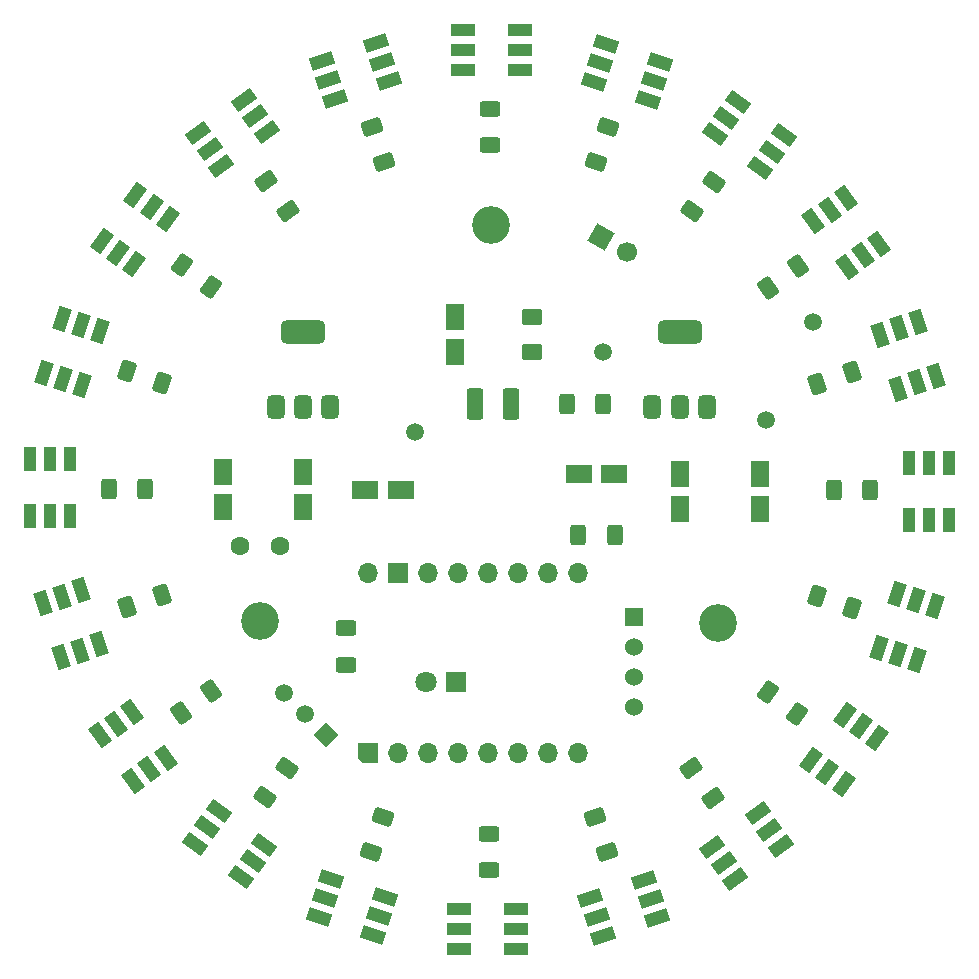
<source format=gbr>
%TF.GenerationSoftware,KiCad,Pcbnew,8.0.4*%
%TF.CreationDate,2024-07-24T16:54:55-04:00*%
%TF.ProjectId,esp32-wroom-table-lights,65737033-322d-4777-926f-6f6d2d746162,rev?*%
%TF.SameCoordinates,Original*%
%TF.FileFunction,Soldermask,Top*%
%TF.FilePolarity,Negative*%
%FSLAX46Y46*%
G04 Gerber Fmt 4.6, Leading zero omitted, Abs format (unit mm)*
G04 Created by KiCad (PCBNEW 8.0.4) date 2024-07-24 16:54:55*
%MOMM*%
%LPD*%
G01*
G04 APERTURE LIST*
G04 Aperture macros list*
%AMRoundRect*
0 Rectangle with rounded corners*
0 $1 Rounding radius*
0 $2 $3 $4 $5 $6 $7 $8 $9 X,Y pos of 4 corners*
0 Add a 4 corners polygon primitive as box body*
4,1,4,$2,$3,$4,$5,$6,$7,$8,$9,$2,$3,0*
0 Add four circle primitives for the rounded corners*
1,1,$1+$1,$2,$3*
1,1,$1+$1,$4,$5*
1,1,$1+$1,$6,$7*
1,1,$1+$1,$8,$9*
0 Add four rect primitives between the rounded corners*
20,1,$1+$1,$2,$3,$4,$5,0*
20,1,$1+$1,$4,$5,$6,$7,0*
20,1,$1+$1,$6,$7,$8,$9,0*
20,1,$1+$1,$8,$9,$2,$3,0*%
%AMHorizOval*
0 Thick line with rounded ends*
0 $1 width*
0 $2 $3 position (X,Y) of the first rounded end (center of the circle)*
0 $4 $5 position (X,Y) of the second rounded end (center of the circle)*
0 Add line between two ends*
20,1,$1,$2,$3,$4,$5,0*
0 Add two circle primitives to create the rounded ends*
1,1,$1,$2,$3*
1,1,$1,$4,$5*%
%AMRotRect*
0 Rectangle, with rotation*
0 The origin of the aperture is its center*
0 $1 length*
0 $2 width*
0 $3 Rotation angle, in degrees counterclockwise*
0 Add horizontal line*
21,1,$1,$2,0,0,$3*%
%AMOutline5P*
0 Free polygon, 5 corners , with rotation*
0 The origin of the aperture is its center*
0 number of corners: always 5*
0 $1 to $10 corner X, Y*
0 $11 Rotation angle, in degrees counterclockwise*
0 create outline with 5 corners*
4,1,5,$1,$2,$3,$4,$5,$6,$7,$8,$9,$10,$1,$2,$11*%
%AMOutline6P*
0 Free polygon, 6 corners , with rotation*
0 The origin of the aperture is its center*
0 number of corners: always 6*
0 $1 to $12 corner X, Y*
0 $13 Rotation angle, in degrees counterclockwise*
0 create outline with 6 corners*
4,1,6,$1,$2,$3,$4,$5,$6,$7,$8,$9,$10,$11,$12,$1,$2,$13*%
%AMOutline7P*
0 Free polygon, 7 corners , with rotation*
0 The origin of the aperture is its center*
0 number of corners: always 7*
0 $1 to $14 corner X, Y*
0 $15 Rotation angle, in degrees counterclockwise*
0 create outline with 7 corners*
4,1,7,$1,$2,$3,$4,$5,$6,$7,$8,$9,$10,$11,$12,$13,$14,$1,$2,$15*%
%AMOutline8P*
0 Free polygon, 8 corners , with rotation*
0 The origin of the aperture is its center*
0 number of corners: always 8*
0 $1 to $16 corner X, Y*
0 $17 Rotation angle, in degrees counterclockwise*
0 create outline with 8 corners*
4,1,8,$1,$2,$3,$4,$5,$6,$7,$8,$9,$10,$11,$12,$13,$14,$15,$16,$1,$2,$17*%
G04 Aperture macros list end*
%ADD10C,1.524000*%
%ADD11R,1.524000X1.524000*%
%ADD12RoundRect,0.250000X0.400000X0.625000X-0.400000X0.625000X-0.400000X-0.625000X0.400000X-0.625000X0*%
%ADD13RoundRect,0.250000X-0.400000X-0.625000X0.400000X-0.625000X0.400000X0.625000X-0.400000X0.625000X0*%
%ADD14RotRect,1.100000X2.000000X72.000000*%
%ADD15RotRect,1.100000X2.000000X288.000000*%
%ADD16RoundRect,0.250000X0.270522X-0.690973X0.740750X-0.043759X-0.270522X0.690973X-0.740750X0.043759X0*%
%ADD17RoundRect,0.250000X-0.573558X-0.470804X0.187287X-0.718017X0.573558X0.470804X-0.187287X0.718017X0*%
%ADD18RoundRect,0.250000X0.740750X0.043759X0.270522X0.690973X-0.740750X-0.043759X-0.270522X-0.690973X0*%
%ADD19RotRect,1.100000X2.000000X324.000000*%
%ADD20RotRect,1.100000X2.000000X234.000000*%
%ADD21RoundRect,0.250000X-0.470804X0.573558X-0.718017X-0.187287X0.470804X-0.573558X0.718017X0.187287X0*%
%ADD22R,1.600000X2.200000*%
%ADD23R,2.200000X1.600000*%
%ADD24C,1.500000*%
%ADD25RoundRect,0.250000X-0.718017X0.187287X-0.470804X-0.573558X0.718017X-0.187287X0.470804X0.573558X0*%
%ADD26RotRect,1.100000X2.000000X54.000000*%
%ADD27RoundRect,0.250000X0.573558X0.470804X-0.187287X0.718017X-0.573558X-0.470804X0.187287X-0.718017X0*%
%ADD28RoundRect,0.250000X0.625000X-0.400000X0.625000X0.400000X-0.625000X0.400000X-0.625000X-0.400000X0*%
%ADD29O,1.700000X1.700000*%
%ADD30R,1.700000X1.700000*%
%ADD31Outline5P,-0.850000X0.425000X-0.425000X0.850000X0.850000X0.850000X0.850000X-0.850000X-0.850000X-0.850000X90.000000*%
%ADD32RotRect,1.100000X2.000000X216.000000*%
%ADD33RotRect,1.100000X2.000000X36.000000*%
%ADD34RoundRect,0.250000X0.470804X-0.573558X0.718017X0.187287X-0.470804X0.573558X-0.718017X-0.187287X0*%
%ADD35RotRect,1.100000X2.000000X342.000000*%
%ADD36RoundRect,0.500000X1.400000X-0.500000X1.400000X0.500000X-1.400000X0.500000X-1.400000X-0.500000X0*%
%ADD37RoundRect,0.375000X0.375000X-0.625000X0.375000X0.625000X-0.375000X0.625000X-0.375000X-0.625000X0*%
%ADD38RoundRect,0.250000X0.187287X0.718017X-0.573558X0.470804X-0.187287X-0.718017X0.573558X-0.470804X0*%
%ADD39RoundRect,0.250000X0.690973X0.270522X0.043759X0.740750X-0.690973X-0.270522X-0.043759X-0.740750X0*%
%ADD40RoundRect,0.250000X-0.690973X-0.270522X-0.043759X-0.740750X0.690973X0.270522X0.043759X0.740750X0*%
%ADD41RotRect,1.100000X2.000000X252.000000*%
%ADD42RotRect,1.100000X2.000000X144.000000*%
%ADD43RotRect,1.100000X2.000000X162.000000*%
%ADD44C,3.200000*%
%ADD45RoundRect,0.250000X0.043759X-0.740750X0.690973X-0.270522X-0.043759X0.740750X-0.690973X0.270522X0*%
%ADD46RoundRect,0.250001X0.462499X1.074999X-0.462499X1.074999X-0.462499X-1.074999X0.462499X-1.074999X0*%
%ADD47RoundRect,0.250001X0.624999X-0.462499X0.624999X0.462499X-0.624999X0.462499X-0.624999X-0.462499X0*%
%ADD48R,1.100000X2.000000*%
%ADD49RoundRect,0.250000X-0.625000X0.400000X-0.625000X-0.400000X0.625000X-0.400000X0.625000X0.400000X0*%
%ADD50RotRect,1.100000X2.000000X108.000000*%
%ADD51HorizOval,1.700000X0.000000X0.000000X0.000000X0.000000X0*%
%ADD52RotRect,1.700000X1.700000X60.000000*%
%ADD53RoundRect,0.250000X-0.187287X-0.718017X0.573558X-0.470804X0.187287X0.718017X-0.573558X0.470804X0*%
%ADD54RotRect,1.100000X2.000000X18.000000*%
%ADD55R,2.000000X1.100000*%
%ADD56RotRect,1.100000X2.000000X198.000000*%
%ADD57RoundRect,0.250000X0.718017X-0.187287X0.470804X0.573558X-0.718017X0.187287X-0.470804X-0.573558X0*%
%ADD58RotRect,1.100000X2.000000X126.000000*%
%ADD59RoundRect,0.250000X-0.270522X0.690973X-0.740750X0.043759X0.270522X-0.690973X0.740750X-0.043759X0*%
%ADD60RoundRect,0.250000X-0.740750X-0.043759X-0.270522X-0.690973X0.740750X0.043759X0.270522X0.690973X0*%
%ADD61RotRect,1.100000X2.000000X306.000000*%
%ADD62RotRect,1.500000X1.500000X135.000000*%
%ADD63RoundRect,0.250000X-0.043759X0.740750X-0.690973X0.270522X0.043759X-0.740750X0.690973X-0.270522X0*%
%ADD64C,1.600000*%
%ADD65C,1.800000*%
%ADD66R,1.800000X1.800000*%
G04 APERTURE END LIST*
D10*
%TO.C,J1*%
X212225000Y-113020000D03*
X212225000Y-115560000D03*
X212225000Y-118100000D03*
D11*
X212225000Y-110480000D03*
%TD*%
D12*
%TO.C,R3*%
X229150000Y-99750000D03*
X232250000Y-99750000D03*
%TD*%
D13*
%TO.C,R3*%
X170850000Y-99650000D03*
X167750000Y-99650000D03*
%TD*%
D14*
%TO.C,D5*%
X214452136Y-63472874D03*
X213926807Y-65089670D03*
X213401478Y-66706466D03*
X208836406Y-65223184D03*
X209361735Y-63606388D03*
X209887064Y-61989592D03*
%TD*%
D15*
%TO.C,D5*%
X209601747Y-137503113D03*
X209076418Y-135886317D03*
X208551089Y-134269521D03*
X213116161Y-132786239D03*
X213641490Y-134403035D03*
X214166819Y-136019831D03*
%TD*%
D16*
%TO.C,R3*%
X182825609Y-123253456D03*
X181003475Y-125761408D03*
%TD*%
D17*
%TO.C,R3*%
X172292154Y-90644601D03*
X169343878Y-89686649D03*
%TD*%
D18*
%TO.C,R3*%
X217093489Y-123312235D03*
X218915623Y-125820187D03*
%TD*%
D19*
%TO.C,D5*%
X229988089Y-124639596D03*
X228612760Y-123640361D03*
X227237432Y-122641126D03*
X230058801Y-118757844D03*
X231434130Y-119757079D03*
X232809458Y-120756314D03*
%TD*%
D20*
%TO.C,D5*%
X175060404Y-129688089D03*
X176059639Y-128312760D03*
X177058874Y-126937432D03*
X180942156Y-129758801D03*
X179942921Y-131134130D03*
X178943686Y-132509458D03*
%TD*%
D21*
%TO.C,R3*%
X209055399Y-71992154D03*
X210013351Y-69043878D03*
%TD*%
D22*
%TO.C,C8*%
X197100000Y-85100000D03*
X197100000Y-88100000D03*
%TD*%
D23*
%TO.C,C10*%
X192500000Y-99700000D03*
X189500000Y-99700000D03*
%TD*%
D24*
%TO.C,TP8*%
X193700000Y-94800000D03*
%TD*%
%TO.C,TP7*%
X223400000Y-93800000D03*
%TD*%
D25*
%TO.C,R3*%
X191039707Y-71961252D03*
X190081755Y-69012976D03*
%TD*%
D26*
%TO.C,D5*%
X224939596Y-69711911D03*
X223940361Y-71087240D03*
X222941126Y-72462568D03*
X219057844Y-69641199D03*
X220057079Y-68265870D03*
X221056314Y-66890542D03*
%TD*%
D24*
%TO.C,TP5*%
X209600000Y-88050000D03*
%TD*%
%TO.C,TP6*%
X227400000Y-85500000D03*
%TD*%
D27*
%TO.C,R3*%
X227707846Y-108755399D03*
X230656122Y-109713351D03*
%TD*%
D22*
%TO.C,C11*%
X222900000Y-101350000D03*
X222900000Y-98350000D03*
%TD*%
D28*
%TO.C,R3*%
X199950000Y-128850000D03*
X199950000Y-131950000D03*
%TD*%
D29*
%TO.C,U4*%
X189700000Y-106800000D03*
D30*
X192240000Y-106800000D03*
D29*
X194780000Y-106800000D03*
X197320000Y-106800000D03*
X199860000Y-106800000D03*
X202400000Y-106800000D03*
X204940000Y-106800000D03*
X207480000Y-106800000D03*
X207480000Y-122040000D03*
X204940001Y-122040000D03*
X202400000Y-122040000D03*
X199860000Y-122040000D03*
X197320000Y-122040000D03*
X194780000Y-122040000D03*
X192239999Y-122040000D03*
D31*
X189700000Y-122040000D03*
%TD*%
D32*
%TO.C,D5*%
X167014207Y-120513609D03*
X168389535Y-119514374D03*
X169764864Y-118515139D03*
X172586233Y-122398421D03*
X171210905Y-123397656D03*
X169835576Y-124396891D03*
%TD*%
D33*
%TO.C,D5*%
X232985793Y-78886391D03*
X231610465Y-79885626D03*
X230235136Y-80884861D03*
X227413767Y-77001579D03*
X228789095Y-76002344D03*
X230164424Y-75003109D03*
%TD*%
D34*
%TO.C,R3*%
X190944601Y-127407846D03*
X189986649Y-130356122D03*
%TD*%
D35*
%TO.C,D5*%
X236227126Y-114152136D03*
X234610330Y-113626807D03*
X232993534Y-113101478D03*
X234476816Y-108536406D03*
X236093612Y-109061735D03*
X237710408Y-109587064D03*
%TD*%
D36*
%TO.C,U5*%
X216100000Y-86400000D03*
D37*
X218400000Y-92700000D03*
X216100000Y-92700000D03*
X213800000Y-92700000D03*
%TD*%
D38*
%TO.C,R3*%
X227738748Y-90739707D03*
X230687024Y-89781755D03*
%TD*%
D39*
%TO.C,R3*%
X223553456Y-116874391D03*
X226061408Y-118696525D03*
%TD*%
D40*
%TO.C,R3*%
X176446544Y-82525609D03*
X173938592Y-80703475D03*
%TD*%
D41*
%TO.C,D5*%
X185547864Y-135927126D03*
X186073193Y-134310330D03*
X186598522Y-132693534D03*
X191163594Y-134176816D03*
X190638265Y-135793612D03*
X190112936Y-137410408D03*
%TD*%
D42*
%TO.C,D5*%
X170011911Y-74760404D03*
X171387240Y-75759639D03*
X172762568Y-76758874D03*
X169941199Y-80642156D03*
X168565870Y-79642921D03*
X167190542Y-78643686D03*
%TD*%
D43*
%TO.C,D5*%
X163772874Y-85247864D03*
X165389670Y-85773193D03*
X167006466Y-86298522D03*
X165523184Y-90863594D03*
X163906388Y-90338265D03*
X162289592Y-89812936D03*
%TD*%
D44*
%TO.C,H2*%
X219350000Y-111000000D03*
%TD*%
D12*
%TO.C,R8*%
X207525000Y-103550000D03*
X210625000Y-103550000D03*
%TD*%
D45*
%TO.C,R3*%
X176387765Y-116793489D03*
X173879813Y-118615623D03*
%TD*%
D22*
%TO.C,C14*%
X184212500Y-101200000D03*
X184212500Y-98200000D03*
%TD*%
D46*
%TO.C,D6*%
X198812500Y-92500000D03*
X201787500Y-92500000D03*
%TD*%
D47*
%TO.C,D7*%
X203600000Y-85112500D03*
X203600000Y-88087500D03*
%TD*%
D22*
%TO.C,C9*%
X216100000Y-101350000D03*
X216100000Y-98350000D03*
%TD*%
D28*
%TO.C,R6*%
X187875000Y-111425000D03*
X187875000Y-114525000D03*
%TD*%
D23*
%TO.C,C13*%
X207550000Y-98375000D03*
X210550000Y-98375000D03*
%TD*%
D48*
%TO.C,D5*%
X161080000Y-97150000D03*
X162780000Y-97150000D03*
X164480000Y-97150000D03*
X164480000Y-101950000D03*
X162780000Y-101950000D03*
X161080000Y-101950000D03*
%TD*%
D49*
%TO.C,R3*%
X200050000Y-70550000D03*
X200050000Y-67450000D03*
%TD*%
D48*
%TO.C,D5*%
X238920000Y-102250000D03*
X237220000Y-102250000D03*
X235520000Y-102250000D03*
X235520000Y-97450000D03*
X237220000Y-97450000D03*
X238920000Y-97450000D03*
%TD*%
D50*
%TO.C,D5*%
X190398253Y-61896887D03*
X190923582Y-63513683D03*
X191448911Y-65130479D03*
X186883839Y-66613761D03*
X186358510Y-64996965D03*
X185833181Y-63380169D03*
%TD*%
D51*
%TO.C,J3*%
X211603654Y-79573948D03*
D52*
X209403949Y-78303948D03*
%TD*%
D53*
%TO.C,R3*%
X172261252Y-108660293D03*
X169312976Y-109618245D03*
%TD*%
D54*
%TO.C,D5*%
X237803113Y-90098253D03*
X236186317Y-90623582D03*
X234569521Y-91148911D03*
X233086239Y-86583839D03*
X234703035Y-86058510D03*
X236319831Y-85533181D03*
%TD*%
D55*
%TO.C,D5*%
X197450000Y-138620000D03*
X197450000Y-136920000D03*
X197450000Y-135220000D03*
X202250000Y-135220000D03*
X202250000Y-136920000D03*
X202250000Y-138620000D03*
%TD*%
D22*
%TO.C,C12*%
X177425000Y-101200000D03*
X177425000Y-98200000D03*
%TD*%
D56*
%TO.C,D5*%
X162196887Y-109301747D03*
X163813683Y-108776418D03*
X165430479Y-108251089D03*
X166913761Y-112816161D03*
X165296965Y-113341490D03*
X163680169Y-113866819D03*
%TD*%
D36*
%TO.C,U6*%
X184200000Y-86400000D03*
D37*
X186500000Y-92700000D03*
X184200000Y-92700000D03*
X181900000Y-92700000D03*
%TD*%
D57*
%TO.C,R3*%
X208960293Y-127438748D03*
X209918245Y-130387024D03*
%TD*%
D58*
%TO.C,D5*%
X179186391Y-66714207D03*
X180185626Y-68089535D03*
X181184861Y-69464864D03*
X177301579Y-72286233D03*
X176302344Y-70910905D03*
X175303109Y-69535576D03*
%TD*%
D12*
%TO.C,R5*%
X206550000Y-92500000D03*
X209650000Y-92500000D03*
%TD*%
D59*
%TO.C,R3*%
X217174391Y-76146544D03*
X218996525Y-73638592D03*
%TD*%
D60*
%TO.C,R3*%
X182906511Y-76087765D03*
X181084377Y-73579813D03*
%TD*%
D55*
%TO.C,D5*%
X202550000Y-60780000D03*
X202550000Y-62480000D03*
X202550000Y-64180000D03*
X197750000Y-64180000D03*
X197750000Y-62480000D03*
X197750000Y-60780000D03*
%TD*%
D44*
%TO.C,H2*%
X180551031Y-110813397D03*
%TD*%
D61*
%TO.C,D5*%
X220813609Y-132685793D03*
X219814374Y-131310465D03*
X218815139Y-129935136D03*
X222698421Y-127113767D03*
X223697656Y-128489095D03*
X224696891Y-129864424D03*
%TD*%
D24*
%TO.C,Q1*%
X182603949Y-116903949D03*
X184400000Y-118700000D03*
D62*
X186196051Y-120496051D03*
%TD*%
D63*
%TO.C,R3*%
X223612235Y-82606511D03*
X226120187Y-80784377D03*
%TD*%
D44*
%TO.C,H2*%
X200100000Y-77300000D03*
%TD*%
D64*
%TO.C,R7*%
X178850000Y-104475000D03*
X182250000Y-104475000D03*
%TD*%
D65*
%TO.C,D8*%
X194610000Y-116000000D03*
D66*
X197150000Y-116000000D03*
%TD*%
M02*

</source>
